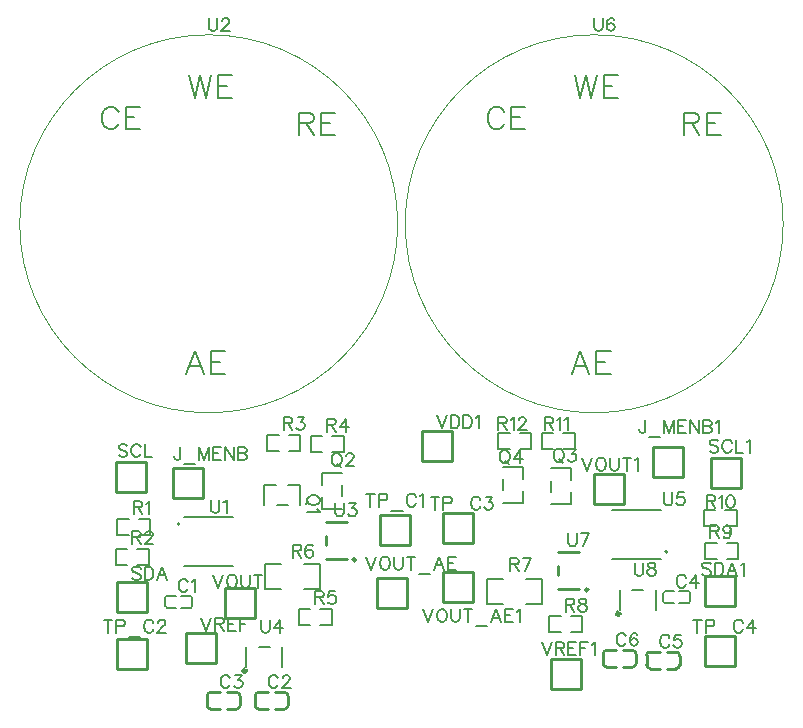
<source format=gto>
G04 Layer: TopSilkscreenLayer*
G04 EasyEDA v6.5.29, 2023-07-10 19:36:55*
G04 1e7b4ab6233f4b76a91dc94f4c831b37,398929e9e95146ce9e037ed163e1f376,10*
G04 Gerber Generator version 0.2*
G04 Scale: 100 percent, Rotated: No, Reflected: No *
G04 Dimensions in millimeters *
G04 leading zeros omitted , absolute positions ,4 integer and 5 decimal *
%FSLAX45Y45*%
%MOMM*%

%ADD10C,0.1524*%
%ADD11C,0.2032*%
%ADD12C,0.2540*%
%ADD13C,0.2000*%
%ADD14C,0.1000*%
%ADD15C,0.3000*%
%ADD16C,0.0156*%

%LPD*%
D10*
X1596522Y-4887564D02*
G01*
X1591188Y-4877150D01*
X1580774Y-4866736D01*
X1570614Y-4861656D01*
X1549786Y-4861656D01*
X1539372Y-4866736D01*
X1528958Y-4877150D01*
X1523624Y-4887564D01*
X1518544Y-4903312D01*
X1518544Y-4929220D01*
X1523624Y-4944714D01*
X1528958Y-4955128D01*
X1539372Y-4965542D01*
X1549786Y-4970622D01*
X1570614Y-4970622D01*
X1580774Y-4965542D01*
X1591188Y-4955128D01*
X1596522Y-4944714D01*
X1630812Y-4882484D02*
G01*
X1641226Y-4877150D01*
X1656720Y-4861656D01*
X1656720Y-4970622D01*
X5812922Y-4849464D02*
G01*
X5807588Y-4839050D01*
X5797174Y-4828636D01*
X5787014Y-4823556D01*
X5766186Y-4823556D01*
X5755772Y-4828636D01*
X5745358Y-4839050D01*
X5740024Y-4849464D01*
X5734944Y-4865212D01*
X5734944Y-4891120D01*
X5740024Y-4906614D01*
X5745358Y-4917028D01*
X5755772Y-4927442D01*
X5766186Y-4932522D01*
X5787014Y-4932522D01*
X5797174Y-4927442D01*
X5807588Y-4917028D01*
X5812922Y-4906614D01*
X5899028Y-4823556D02*
G01*
X5847212Y-4896200D01*
X5925190Y-4896200D01*
X5899028Y-4823556D02*
G01*
X5899028Y-4932522D01*
X2358522Y-5700364D02*
G01*
X2353188Y-5689950D01*
X2342774Y-5679536D01*
X2332614Y-5674456D01*
X2311786Y-5674456D01*
X2301372Y-5679536D01*
X2290958Y-5689950D01*
X2285624Y-5700364D01*
X2280544Y-5716112D01*
X2280544Y-5742020D01*
X2285624Y-5757514D01*
X2290958Y-5767928D01*
X2301372Y-5778342D01*
X2311786Y-5783422D01*
X2332614Y-5783422D01*
X2342774Y-5778342D01*
X2353188Y-5767928D01*
X2358522Y-5757514D01*
X2397892Y-5700364D02*
G01*
X2397892Y-5695284D01*
X2403226Y-5684870D01*
X2408306Y-5679536D01*
X2418720Y-5674456D01*
X2439548Y-5674456D01*
X2449962Y-5679536D01*
X2455042Y-5684870D01*
X2460376Y-5695284D01*
X2460376Y-5705698D01*
X2455042Y-5716112D01*
X2444628Y-5731606D01*
X2392812Y-5783422D01*
X2465456Y-5783422D01*
X1952122Y-5700364D02*
G01*
X1946788Y-5689950D01*
X1936374Y-5679536D01*
X1926214Y-5674456D01*
X1905386Y-5674456D01*
X1894972Y-5679536D01*
X1884558Y-5689950D01*
X1879224Y-5700364D01*
X1874144Y-5716112D01*
X1874144Y-5742020D01*
X1879224Y-5757514D01*
X1884558Y-5767928D01*
X1894972Y-5778342D01*
X1905386Y-5783422D01*
X1926214Y-5783422D01*
X1936374Y-5778342D01*
X1946788Y-5767928D01*
X1952122Y-5757514D01*
X1996826Y-5674456D02*
G01*
X2053976Y-5674456D01*
X2022734Y-5716112D01*
X2038228Y-5716112D01*
X2048642Y-5721192D01*
X2053976Y-5726272D01*
X2059056Y-5742020D01*
X2059056Y-5752434D01*
X2053976Y-5767928D01*
X2043562Y-5778342D01*
X2027814Y-5783422D01*
X2012320Y-5783422D01*
X1996826Y-5778342D01*
X1991492Y-5773262D01*
X1986412Y-5762848D01*
X5673222Y-5357464D02*
G01*
X5667888Y-5347050D01*
X5657474Y-5336636D01*
X5647314Y-5331556D01*
X5626486Y-5331556D01*
X5616072Y-5336636D01*
X5605658Y-5347050D01*
X5600324Y-5357464D01*
X5595244Y-5373212D01*
X5595244Y-5399120D01*
X5600324Y-5414614D01*
X5605658Y-5425028D01*
X5616072Y-5435442D01*
X5626486Y-5440522D01*
X5647314Y-5440522D01*
X5657474Y-5435442D01*
X5667888Y-5425028D01*
X5673222Y-5414614D01*
X5769742Y-5331556D02*
G01*
X5717926Y-5331556D01*
X5712592Y-5378292D01*
X5717926Y-5373212D01*
X5733420Y-5367878D01*
X5748914Y-5367878D01*
X5764662Y-5373212D01*
X5775076Y-5383372D01*
X5780156Y-5399120D01*
X5780156Y-5409534D01*
X5775076Y-5425028D01*
X5764662Y-5435442D01*
X5748914Y-5440522D01*
X5733420Y-5440522D01*
X5717926Y-5435442D01*
X5712592Y-5430362D01*
X5707512Y-5419948D01*
X5304922Y-5344764D02*
G01*
X5299588Y-5334350D01*
X5289174Y-5323936D01*
X5279014Y-5318856D01*
X5258186Y-5318856D01*
X5247772Y-5323936D01*
X5237358Y-5334350D01*
X5232024Y-5344764D01*
X5226944Y-5360512D01*
X5226944Y-5386420D01*
X5232024Y-5401914D01*
X5237358Y-5412328D01*
X5247772Y-5422742D01*
X5258186Y-5427822D01*
X5279014Y-5427822D01*
X5289174Y-5422742D01*
X5299588Y-5412328D01*
X5304922Y-5401914D01*
X5401442Y-5334350D02*
G01*
X5396362Y-5323936D01*
X5380614Y-5318856D01*
X5370454Y-5318856D01*
X5354706Y-5323936D01*
X5344292Y-5339684D01*
X5339212Y-5365592D01*
X5339212Y-5391500D01*
X5344292Y-5412328D01*
X5354706Y-5422742D01*
X5370454Y-5427822D01*
X5375534Y-5427822D01*
X5391028Y-5422742D01*
X5401442Y-5412328D01*
X5406776Y-5396834D01*
X5406776Y-5391500D01*
X5401442Y-5376006D01*
X5391028Y-5365592D01*
X5375534Y-5360512D01*
X5370454Y-5360512D01*
X5354706Y-5365592D01*
X5344292Y-5376006D01*
X5339212Y-5391500D01*
X1532514Y-3744056D02*
G01*
X1532514Y-3827114D01*
X1527180Y-3842862D01*
X1522100Y-3847942D01*
X1511686Y-3853022D01*
X1501272Y-3853022D01*
X1490858Y-3847942D01*
X1485524Y-3842862D01*
X1480444Y-3827114D01*
X1480444Y-3816700D01*
X1566804Y-3889598D02*
G01*
X1660276Y-3889598D01*
X1694566Y-3744056D02*
G01*
X1694566Y-3853022D01*
X1694566Y-3744056D02*
G01*
X1735968Y-3853022D01*
X1777624Y-3744056D02*
G01*
X1735968Y-3853022D01*
X1777624Y-3744056D02*
G01*
X1777624Y-3853022D01*
X1811914Y-3744056D02*
G01*
X1811914Y-3853022D01*
X1811914Y-3744056D02*
G01*
X1879478Y-3744056D01*
X1811914Y-3795872D02*
G01*
X1853570Y-3795872D01*
X1811914Y-3853022D02*
G01*
X1879478Y-3853022D01*
X1913768Y-3744056D02*
G01*
X1913768Y-3853022D01*
X1913768Y-3744056D02*
G01*
X1986412Y-3853022D01*
X1986412Y-3744056D02*
G01*
X1986412Y-3853022D01*
X2020702Y-3744056D02*
G01*
X2020702Y-3853022D01*
X2020702Y-3744056D02*
G01*
X2067438Y-3744056D01*
X2083186Y-3749136D01*
X2088266Y-3754470D01*
X2093600Y-3764884D01*
X2093600Y-3775298D01*
X2088266Y-3785712D01*
X2083186Y-3790792D01*
X2067438Y-3795872D01*
X2020702Y-3795872D02*
G01*
X2067438Y-3795872D01*
X2083186Y-3801206D01*
X2088266Y-3806286D01*
X2093600Y-3816700D01*
X2093600Y-3832448D01*
X2088266Y-3842862D01*
X2083186Y-3847942D01*
X2067438Y-3853022D01*
X2020702Y-3853022D01*
X5469514Y-3515456D02*
G01*
X5469514Y-3598514D01*
X5464180Y-3614262D01*
X5459100Y-3619342D01*
X5448686Y-3624422D01*
X5438272Y-3624422D01*
X5427858Y-3619342D01*
X5422524Y-3614262D01*
X5417444Y-3598514D01*
X5417444Y-3588100D01*
X5503804Y-3660998D02*
G01*
X5597276Y-3660998D01*
X5631566Y-3515456D02*
G01*
X5631566Y-3624422D01*
X5631566Y-3515456D02*
G01*
X5672968Y-3624422D01*
X5714624Y-3515456D02*
G01*
X5672968Y-3624422D01*
X5714624Y-3515456D02*
G01*
X5714624Y-3624422D01*
X5748914Y-3515456D02*
G01*
X5748914Y-3624422D01*
X5748914Y-3515456D02*
G01*
X5816478Y-3515456D01*
X5748914Y-3567272D02*
G01*
X5790570Y-3567272D01*
X5748914Y-3624422D02*
G01*
X5816478Y-3624422D01*
X5850768Y-3515456D02*
G01*
X5850768Y-3624422D01*
X5850768Y-3515456D02*
G01*
X5923412Y-3624422D01*
X5923412Y-3515456D02*
G01*
X5923412Y-3624422D01*
X5957702Y-3515456D02*
G01*
X5957702Y-3624422D01*
X5957702Y-3515456D02*
G01*
X6004438Y-3515456D01*
X6020186Y-3520536D01*
X6025266Y-3525870D01*
X6030600Y-3536284D01*
X6030600Y-3546698D01*
X6025266Y-3557112D01*
X6020186Y-3562192D01*
X6004438Y-3567272D01*
X5957702Y-3567272D02*
G01*
X6004438Y-3567272D01*
X6020186Y-3572606D01*
X6025266Y-3577686D01*
X6030600Y-3588100D01*
X6030600Y-3603848D01*
X6025266Y-3614262D01*
X6020186Y-3619342D01*
X6004438Y-3624422D01*
X5957702Y-3624422D01*
X6064890Y-3536284D02*
G01*
X6075304Y-3530950D01*
X6090798Y-3515456D01*
X6090798Y-3624422D01*
X1083188Y-3734150D02*
G01*
X1072774Y-3723736D01*
X1057280Y-3718656D01*
X1036452Y-3718656D01*
X1020958Y-3723736D01*
X1010544Y-3734150D01*
X1010544Y-3744564D01*
X1015624Y-3754978D01*
X1020958Y-3760312D01*
X1031372Y-3765392D01*
X1062614Y-3775806D01*
X1072774Y-3780886D01*
X1078108Y-3786220D01*
X1083188Y-3796634D01*
X1083188Y-3812128D01*
X1072774Y-3822542D01*
X1057280Y-3827622D01*
X1036452Y-3827622D01*
X1020958Y-3822542D01*
X1010544Y-3812128D01*
X1195456Y-3744564D02*
G01*
X1190376Y-3734150D01*
X1179962Y-3723736D01*
X1169548Y-3718656D01*
X1148720Y-3718656D01*
X1138306Y-3723736D01*
X1127892Y-3734150D01*
X1122812Y-3744564D01*
X1117478Y-3760312D01*
X1117478Y-3786220D01*
X1122812Y-3801714D01*
X1127892Y-3812128D01*
X1138306Y-3822542D01*
X1148720Y-3827622D01*
X1169548Y-3827622D01*
X1179962Y-3822542D01*
X1190376Y-3812128D01*
X1195456Y-3801714D01*
X1229746Y-3718656D02*
G01*
X1229746Y-3827622D01*
X1229746Y-3827622D02*
G01*
X1292230Y-3827622D01*
X6086988Y-3696050D02*
G01*
X6076574Y-3685636D01*
X6061080Y-3680556D01*
X6040252Y-3680556D01*
X6024758Y-3685636D01*
X6014344Y-3696050D01*
X6014344Y-3706464D01*
X6019424Y-3716878D01*
X6024758Y-3722212D01*
X6035172Y-3727292D01*
X6066414Y-3737706D01*
X6076574Y-3742786D01*
X6081908Y-3748120D01*
X6086988Y-3758534D01*
X6086988Y-3774028D01*
X6076574Y-3784442D01*
X6061080Y-3789522D01*
X6040252Y-3789522D01*
X6024758Y-3784442D01*
X6014344Y-3774028D01*
X6199256Y-3706464D02*
G01*
X6194176Y-3696050D01*
X6183762Y-3685636D01*
X6173348Y-3680556D01*
X6152520Y-3680556D01*
X6142106Y-3685636D01*
X6131692Y-3696050D01*
X6126612Y-3706464D01*
X6121278Y-3722212D01*
X6121278Y-3748120D01*
X6126612Y-3763614D01*
X6131692Y-3774028D01*
X6142106Y-3784442D01*
X6152520Y-3789522D01*
X6173348Y-3789522D01*
X6183762Y-3784442D01*
X6194176Y-3774028D01*
X6199256Y-3763614D01*
X6233546Y-3680556D02*
G01*
X6233546Y-3789522D01*
X6233546Y-3789522D02*
G01*
X6296030Y-3789522D01*
X6330320Y-3701384D02*
G01*
X6340734Y-3696050D01*
X6356228Y-3680556D01*
X6356228Y-3789522D01*
X1197488Y-4773010D02*
G01*
X1187074Y-4762596D01*
X1171580Y-4757516D01*
X1150752Y-4757516D01*
X1135258Y-4762596D01*
X1124844Y-4773010D01*
X1124844Y-4783424D01*
X1129924Y-4793838D01*
X1135258Y-4799172D01*
X1145672Y-4804252D01*
X1176914Y-4814666D01*
X1187074Y-4819746D01*
X1192408Y-4825080D01*
X1197488Y-4835494D01*
X1197488Y-4850988D01*
X1187074Y-4861402D01*
X1171580Y-4866482D01*
X1150752Y-4866482D01*
X1135258Y-4861402D01*
X1124844Y-4850988D01*
X1231778Y-4757516D02*
G01*
X1231778Y-4866482D01*
X1231778Y-4757516D02*
G01*
X1268354Y-4757516D01*
X1283848Y-4762596D01*
X1294262Y-4773010D01*
X1299342Y-4783424D01*
X1304676Y-4799172D01*
X1304676Y-4825080D01*
X1299342Y-4840574D01*
X1294262Y-4850988D01*
X1283848Y-4861402D01*
X1268354Y-4866482D01*
X1231778Y-4866482D01*
X1380368Y-4757516D02*
G01*
X1338966Y-4866482D01*
X1380368Y-4757516D02*
G01*
X1422024Y-4866482D01*
X1354460Y-4830160D02*
G01*
X1406530Y-4830160D01*
X6023488Y-4737450D02*
G01*
X6013074Y-4727036D01*
X5997580Y-4721956D01*
X5976752Y-4721956D01*
X5961258Y-4727036D01*
X5950844Y-4737450D01*
X5950844Y-4747864D01*
X5955924Y-4758278D01*
X5961258Y-4763612D01*
X5971672Y-4768692D01*
X6002914Y-4779106D01*
X6013074Y-4784186D01*
X6018408Y-4789520D01*
X6023488Y-4799934D01*
X6023488Y-4815428D01*
X6013074Y-4825842D01*
X5997580Y-4830922D01*
X5976752Y-4830922D01*
X5961258Y-4825842D01*
X5950844Y-4815428D01*
X6057778Y-4721956D02*
G01*
X6057778Y-4830922D01*
X6057778Y-4721956D02*
G01*
X6094354Y-4721956D01*
X6109848Y-4727036D01*
X6120262Y-4737450D01*
X6125342Y-4747864D01*
X6130676Y-4763612D01*
X6130676Y-4789520D01*
X6125342Y-4805014D01*
X6120262Y-4815428D01*
X6109848Y-4825842D01*
X6094354Y-4830922D01*
X6057778Y-4830922D01*
X6206368Y-4721956D02*
G01*
X6164966Y-4830922D01*
X6206368Y-4721956D02*
G01*
X6248024Y-4830922D01*
X6180460Y-4794600D02*
G01*
X6232530Y-4794600D01*
X6282314Y-4742784D02*
G01*
X6292728Y-4737450D01*
X6308222Y-4721956D01*
X6308222Y-4830922D01*
X3142366Y-4137756D02*
G01*
X3142366Y-4246722D01*
X3106044Y-4137756D02*
G01*
X3178688Y-4137756D01*
X3212978Y-4137756D02*
G01*
X3212978Y-4246722D01*
X3212978Y-4137756D02*
G01*
X3259714Y-4137756D01*
X3275462Y-4142836D01*
X3280542Y-4148170D01*
X3285876Y-4158584D01*
X3285876Y-4174078D01*
X3280542Y-4184492D01*
X3275462Y-4189572D01*
X3259714Y-4194906D01*
X3212978Y-4194906D01*
X3320166Y-4283298D02*
G01*
X3413638Y-4283298D01*
X3525906Y-4163664D02*
G01*
X3520572Y-4153250D01*
X3510158Y-4142836D01*
X3499744Y-4137756D01*
X3479170Y-4137756D01*
X3468756Y-4142836D01*
X3458342Y-4153250D01*
X3453008Y-4163664D01*
X3447928Y-4179412D01*
X3447928Y-4205320D01*
X3453008Y-4220814D01*
X3458342Y-4231228D01*
X3468756Y-4241642D01*
X3479170Y-4246722D01*
X3499744Y-4246722D01*
X3510158Y-4241642D01*
X3520572Y-4231228D01*
X3525906Y-4220814D01*
X3560196Y-4158584D02*
G01*
X3570610Y-4153250D01*
X3586104Y-4137756D01*
X3586104Y-4246722D01*
X919866Y-5204556D02*
G01*
X919866Y-5313522D01*
X883544Y-5204556D02*
G01*
X956188Y-5204556D01*
X990478Y-5204556D02*
G01*
X990478Y-5313522D01*
X990478Y-5204556D02*
G01*
X1037214Y-5204556D01*
X1052962Y-5209636D01*
X1058042Y-5214970D01*
X1063376Y-5225384D01*
X1063376Y-5240878D01*
X1058042Y-5251292D01*
X1052962Y-5256372D01*
X1037214Y-5261706D01*
X990478Y-5261706D01*
X1097666Y-5350098D02*
G01*
X1191138Y-5350098D01*
X1303406Y-5230464D02*
G01*
X1298072Y-5220050D01*
X1287658Y-5209636D01*
X1277244Y-5204556D01*
X1256670Y-5204556D01*
X1246256Y-5209636D01*
X1235842Y-5220050D01*
X1230508Y-5230464D01*
X1225428Y-5246212D01*
X1225428Y-5272120D01*
X1230508Y-5287614D01*
X1235842Y-5298028D01*
X1246256Y-5308442D01*
X1256670Y-5313522D01*
X1277244Y-5313522D01*
X1287658Y-5308442D01*
X1298072Y-5298028D01*
X1303406Y-5287614D01*
X1342776Y-5230464D02*
G01*
X1342776Y-5225384D01*
X1348110Y-5214970D01*
X1353190Y-5209636D01*
X1363604Y-5204556D01*
X1384432Y-5204556D01*
X1394846Y-5209636D01*
X1399926Y-5214970D01*
X1405260Y-5225384D01*
X1405260Y-5235798D01*
X1399926Y-5246212D01*
X1389512Y-5261706D01*
X1337696Y-5313522D01*
X1410340Y-5313522D01*
X3688466Y-4163156D02*
G01*
X3688466Y-4272122D01*
X3652144Y-4163156D02*
G01*
X3724788Y-4163156D01*
X3759078Y-4163156D02*
G01*
X3759078Y-4272122D01*
X3759078Y-4163156D02*
G01*
X3805814Y-4163156D01*
X3821562Y-4168236D01*
X3826642Y-4173570D01*
X3831976Y-4183984D01*
X3831976Y-4199478D01*
X3826642Y-4209892D01*
X3821562Y-4214972D01*
X3805814Y-4220306D01*
X3759078Y-4220306D01*
X3866266Y-4308698D02*
G01*
X3959738Y-4308698D01*
X4072006Y-4189064D02*
G01*
X4066672Y-4178650D01*
X4056258Y-4168236D01*
X4045844Y-4163156D01*
X4025270Y-4163156D01*
X4014856Y-4168236D01*
X4004442Y-4178650D01*
X3999108Y-4189064D01*
X3994028Y-4204812D01*
X3994028Y-4230720D01*
X3999108Y-4246214D01*
X4004442Y-4256628D01*
X4014856Y-4267042D01*
X4025270Y-4272122D01*
X4045844Y-4272122D01*
X4056258Y-4267042D01*
X4066672Y-4256628D01*
X4072006Y-4246214D01*
X4116710Y-4163156D02*
G01*
X4173860Y-4163156D01*
X4142618Y-4204812D01*
X4158112Y-4204812D01*
X4168526Y-4209892D01*
X4173860Y-4214972D01*
X4178940Y-4230720D01*
X4178940Y-4241134D01*
X4173860Y-4256628D01*
X4163446Y-4267042D01*
X4147698Y-4272122D01*
X4132204Y-4272122D01*
X4116710Y-4267042D01*
X4111376Y-4261962D01*
X4106296Y-4251548D01*
X5910966Y-5204556D02*
G01*
X5910966Y-5313522D01*
X5874644Y-5204556D02*
G01*
X5947288Y-5204556D01*
X5981578Y-5204556D02*
G01*
X5981578Y-5313522D01*
X5981578Y-5204556D02*
G01*
X6028314Y-5204556D01*
X6044062Y-5209636D01*
X6049142Y-5214970D01*
X6054476Y-5225384D01*
X6054476Y-5240878D01*
X6049142Y-5251292D01*
X6044062Y-5256372D01*
X6028314Y-5261706D01*
X5981578Y-5261706D01*
X6088766Y-5350098D02*
G01*
X6182238Y-5350098D01*
X6294506Y-5230464D02*
G01*
X6289172Y-5220050D01*
X6278758Y-5209636D01*
X6268344Y-5204556D01*
X6247770Y-5204556D01*
X6237356Y-5209636D01*
X6226942Y-5220050D01*
X6221608Y-5230464D01*
X6216528Y-5246212D01*
X6216528Y-5272120D01*
X6221608Y-5287614D01*
X6226942Y-5298028D01*
X6237356Y-5308442D01*
X6247770Y-5313522D01*
X6268344Y-5313522D01*
X6278758Y-5308442D01*
X6289172Y-5298028D01*
X6294506Y-5287614D01*
X6380612Y-5204556D02*
G01*
X6328796Y-5277200D01*
X6406774Y-5277200D01*
X6380612Y-5204556D02*
G01*
X6380612Y-5313522D01*
X3702944Y-3474816D02*
G01*
X3744600Y-3583782D01*
X3786002Y-3474816D02*
G01*
X3744600Y-3583782D01*
X3820292Y-3474816D02*
G01*
X3820292Y-3583782D01*
X3820292Y-3474816D02*
G01*
X3856614Y-3474816D01*
X3872362Y-3479896D01*
X3882776Y-3490310D01*
X3887856Y-3500724D01*
X3893190Y-3516472D01*
X3893190Y-3542380D01*
X3887856Y-3557874D01*
X3882776Y-3568288D01*
X3872362Y-3578702D01*
X3856614Y-3583782D01*
X3820292Y-3583782D01*
X3927480Y-3474816D02*
G01*
X3927480Y-3583782D01*
X3927480Y-3474816D02*
G01*
X3963802Y-3474816D01*
X3979296Y-3479896D01*
X3989710Y-3490310D01*
X3995044Y-3500724D01*
X4000124Y-3516472D01*
X4000124Y-3542380D01*
X3995044Y-3557874D01*
X3989710Y-3568288D01*
X3979296Y-3578702D01*
X3963802Y-3583782D01*
X3927480Y-3583782D01*
X4034414Y-3495644D02*
G01*
X4044828Y-3490310D01*
X4060322Y-3474816D01*
X4060322Y-3583782D01*
X1810644Y-4823556D02*
G01*
X1852300Y-4932522D01*
X1893702Y-4823556D02*
G01*
X1852300Y-4932522D01*
X1959234Y-4823556D02*
G01*
X1948820Y-4828636D01*
X1938406Y-4839050D01*
X1933326Y-4849464D01*
X1927992Y-4865212D01*
X1927992Y-4891120D01*
X1933326Y-4906614D01*
X1938406Y-4917028D01*
X1948820Y-4927442D01*
X1959234Y-4932522D01*
X1980062Y-4932522D01*
X1990476Y-4927442D01*
X2000890Y-4917028D01*
X2005970Y-4906614D01*
X2011304Y-4891120D01*
X2011304Y-4865212D01*
X2005970Y-4849464D01*
X2000890Y-4839050D01*
X1990476Y-4828636D01*
X1980062Y-4823556D01*
X1959234Y-4823556D01*
X2045594Y-4823556D02*
G01*
X2045594Y-4901534D01*
X2050674Y-4917028D01*
X2061088Y-4927442D01*
X2076582Y-4932522D01*
X2086996Y-4932522D01*
X2102744Y-4927442D01*
X2112904Y-4917028D01*
X2118238Y-4901534D01*
X2118238Y-4823556D01*
X2188850Y-4823556D02*
G01*
X2188850Y-4932522D01*
X2152528Y-4823556D02*
G01*
X2225172Y-4823556D01*
X4934844Y-3832956D02*
G01*
X4976500Y-3941922D01*
X5017902Y-3832956D02*
G01*
X4976500Y-3941922D01*
X5083434Y-3832956D02*
G01*
X5073020Y-3838036D01*
X5062606Y-3848450D01*
X5057526Y-3858864D01*
X5052192Y-3874612D01*
X5052192Y-3900520D01*
X5057526Y-3916014D01*
X5062606Y-3926428D01*
X5073020Y-3936842D01*
X5083434Y-3941922D01*
X5104262Y-3941922D01*
X5114676Y-3936842D01*
X5125090Y-3926428D01*
X5130170Y-3916014D01*
X5135504Y-3900520D01*
X5135504Y-3874612D01*
X5130170Y-3858864D01*
X5125090Y-3848450D01*
X5114676Y-3838036D01*
X5104262Y-3832956D01*
X5083434Y-3832956D01*
X5169794Y-3832956D02*
G01*
X5169794Y-3910934D01*
X5174874Y-3926428D01*
X5185288Y-3936842D01*
X5200782Y-3941922D01*
X5211196Y-3941922D01*
X5226944Y-3936842D01*
X5237104Y-3926428D01*
X5242438Y-3910934D01*
X5242438Y-3832956D01*
X5313050Y-3832956D02*
G01*
X5313050Y-3941922D01*
X5276728Y-3832956D02*
G01*
X5349372Y-3832956D01*
X5383662Y-3853784D02*
G01*
X5394076Y-3848450D01*
X5409824Y-3832956D01*
X5409824Y-3941922D01*
X3106044Y-4671156D02*
G01*
X3147700Y-4780122D01*
X3189102Y-4671156D02*
G01*
X3147700Y-4780122D01*
X3254634Y-4671156D02*
G01*
X3244220Y-4676236D01*
X3233806Y-4686650D01*
X3228726Y-4697064D01*
X3223392Y-4712812D01*
X3223392Y-4738720D01*
X3228726Y-4754214D01*
X3233806Y-4764628D01*
X3244220Y-4775042D01*
X3254634Y-4780122D01*
X3275462Y-4780122D01*
X3285876Y-4775042D01*
X3296290Y-4764628D01*
X3301370Y-4754214D01*
X3306704Y-4738720D01*
X3306704Y-4712812D01*
X3301370Y-4697064D01*
X3296290Y-4686650D01*
X3285876Y-4676236D01*
X3275462Y-4671156D01*
X3254634Y-4671156D01*
X3340994Y-4671156D02*
G01*
X3340994Y-4749134D01*
X3346074Y-4764628D01*
X3356488Y-4775042D01*
X3371982Y-4780122D01*
X3382396Y-4780122D01*
X3398144Y-4775042D01*
X3408304Y-4764628D01*
X3413638Y-4749134D01*
X3413638Y-4671156D01*
X3484250Y-4671156D02*
G01*
X3484250Y-4780122D01*
X3447928Y-4671156D02*
G01*
X3520572Y-4671156D01*
X3554862Y-4816698D02*
G01*
X3648334Y-4816698D01*
X3724280Y-4671156D02*
G01*
X3682624Y-4780122D01*
X3724280Y-4671156D02*
G01*
X3765936Y-4780122D01*
X3698372Y-4743800D02*
G01*
X3750188Y-4743800D01*
X3800226Y-4671156D02*
G01*
X3800226Y-4780122D01*
X3800226Y-4671156D02*
G01*
X3867790Y-4671156D01*
X3800226Y-4722972D02*
G01*
X3841628Y-4722972D01*
X3800226Y-4780122D02*
G01*
X3867790Y-4780122D01*
X3588644Y-5115656D02*
G01*
X3630300Y-5224622D01*
X3671702Y-5115656D02*
G01*
X3630300Y-5224622D01*
X3737234Y-5115656D02*
G01*
X3726820Y-5120736D01*
X3716406Y-5131150D01*
X3711326Y-5141564D01*
X3705992Y-5157312D01*
X3705992Y-5183220D01*
X3711326Y-5198714D01*
X3716406Y-5209128D01*
X3726820Y-5219542D01*
X3737234Y-5224622D01*
X3758062Y-5224622D01*
X3768476Y-5219542D01*
X3778890Y-5209128D01*
X3783970Y-5198714D01*
X3789304Y-5183220D01*
X3789304Y-5157312D01*
X3783970Y-5141564D01*
X3778890Y-5131150D01*
X3768476Y-5120736D01*
X3758062Y-5115656D01*
X3737234Y-5115656D01*
X3823594Y-5115656D02*
G01*
X3823594Y-5193634D01*
X3828674Y-5209128D01*
X3839088Y-5219542D01*
X3854582Y-5224622D01*
X3864996Y-5224622D01*
X3880744Y-5219542D01*
X3890904Y-5209128D01*
X3896238Y-5193634D01*
X3896238Y-5115656D01*
X3966850Y-5115656D02*
G01*
X3966850Y-5224622D01*
X3930528Y-5115656D02*
G01*
X4003172Y-5115656D01*
X4037462Y-5261198D02*
G01*
X4130934Y-5261198D01*
X4206880Y-5115656D02*
G01*
X4165224Y-5224622D01*
X4206880Y-5115656D02*
G01*
X4248536Y-5224622D01*
X4180972Y-5188300D02*
G01*
X4232788Y-5188300D01*
X4282826Y-5115656D02*
G01*
X4282826Y-5224622D01*
X4282826Y-5115656D02*
G01*
X4350390Y-5115656D01*
X4282826Y-5167472D02*
G01*
X4324228Y-5167472D01*
X4282826Y-5224622D02*
G01*
X4350390Y-5224622D01*
X4384680Y-5136484D02*
G01*
X4395094Y-5131150D01*
X4410588Y-5115656D01*
X4410588Y-5224622D01*
X1709044Y-5189316D02*
G01*
X1750700Y-5298282D01*
X1792102Y-5189316D02*
G01*
X1750700Y-5298282D01*
X1826392Y-5189316D02*
G01*
X1826392Y-5298282D01*
X1826392Y-5189316D02*
G01*
X1873128Y-5189316D01*
X1888876Y-5194396D01*
X1893956Y-5199730D01*
X1899290Y-5210144D01*
X1899290Y-5220558D01*
X1893956Y-5230972D01*
X1888876Y-5236052D01*
X1873128Y-5241132D01*
X1826392Y-5241132D01*
X1862714Y-5241132D02*
G01*
X1899290Y-5298282D01*
X1933580Y-5189316D02*
G01*
X1933580Y-5298282D01*
X1933580Y-5189316D02*
G01*
X2001144Y-5189316D01*
X1933580Y-5241132D02*
G01*
X1974982Y-5241132D01*
X1933580Y-5298282D02*
G01*
X2001144Y-5298282D01*
X2035434Y-5189316D02*
G01*
X2035434Y-5298282D01*
X2035434Y-5189316D02*
G01*
X2102744Y-5189316D01*
X2035434Y-5241132D02*
G01*
X2076836Y-5241132D01*
X4591944Y-5395056D02*
G01*
X4633600Y-5504022D01*
X4675002Y-5395056D02*
G01*
X4633600Y-5504022D01*
X4709292Y-5395056D02*
G01*
X4709292Y-5504022D01*
X4709292Y-5395056D02*
G01*
X4756028Y-5395056D01*
X4771776Y-5400136D01*
X4776856Y-5405470D01*
X4782190Y-5415884D01*
X4782190Y-5426298D01*
X4776856Y-5436712D01*
X4771776Y-5441792D01*
X4756028Y-5446872D01*
X4709292Y-5446872D01*
X4745614Y-5446872D02*
G01*
X4782190Y-5504022D01*
X4816480Y-5395056D02*
G01*
X4816480Y-5504022D01*
X4816480Y-5395056D02*
G01*
X4884044Y-5395056D01*
X4816480Y-5446872D02*
G01*
X4857882Y-5446872D01*
X4816480Y-5504022D02*
G01*
X4884044Y-5504022D01*
X4918334Y-5395056D02*
G01*
X4918334Y-5504022D01*
X4918334Y-5395056D02*
G01*
X4985644Y-5395056D01*
X4918334Y-5446872D02*
G01*
X4959736Y-5446872D01*
X5019934Y-5415884D02*
G01*
X5030348Y-5410550D01*
X5046096Y-5395056D01*
X5046096Y-5504022D01*
X1137544Y-4201256D02*
G01*
X1137544Y-4310222D01*
X1137544Y-4201256D02*
G01*
X1184280Y-4201256D01*
X1199774Y-4206336D01*
X1205108Y-4211670D01*
X1210188Y-4222084D01*
X1210188Y-4232498D01*
X1205108Y-4242912D01*
X1199774Y-4247992D01*
X1184280Y-4253072D01*
X1137544Y-4253072D01*
X1173866Y-4253072D02*
G01*
X1210188Y-4310222D01*
X1244478Y-4222084D02*
G01*
X1254892Y-4216750D01*
X1270640Y-4201256D01*
X1270640Y-4310222D01*
X1124844Y-4455256D02*
G01*
X1124844Y-4564222D01*
X1124844Y-4455256D02*
G01*
X1171580Y-4455256D01*
X1187074Y-4460336D01*
X1192408Y-4465670D01*
X1197488Y-4476084D01*
X1197488Y-4486498D01*
X1192408Y-4496912D01*
X1187074Y-4501992D01*
X1171580Y-4507072D01*
X1124844Y-4507072D01*
X1161166Y-4507072D02*
G01*
X1197488Y-4564222D01*
X1237112Y-4481164D02*
G01*
X1237112Y-4476084D01*
X1242192Y-4465670D01*
X1247526Y-4460336D01*
X1257940Y-4455256D01*
X1278514Y-4455256D01*
X1288928Y-4460336D01*
X1294262Y-4465670D01*
X1299342Y-4476084D01*
X1299342Y-4486498D01*
X1294262Y-4496912D01*
X1283848Y-4512406D01*
X1231778Y-4564222D01*
X1304676Y-4564222D01*
X2407544Y-3490056D02*
G01*
X2407544Y-3599022D01*
X2407544Y-3490056D02*
G01*
X2454280Y-3490056D01*
X2469774Y-3495136D01*
X2475108Y-3500470D01*
X2480188Y-3510884D01*
X2480188Y-3521298D01*
X2475108Y-3531712D01*
X2469774Y-3536792D01*
X2454280Y-3541872D01*
X2407544Y-3541872D01*
X2443866Y-3541872D02*
G01*
X2480188Y-3599022D01*
X2524892Y-3490056D02*
G01*
X2582042Y-3490056D01*
X2551054Y-3531712D01*
X2566548Y-3531712D01*
X2576962Y-3536792D01*
X2582042Y-3541872D01*
X2587376Y-3557620D01*
X2587376Y-3568034D01*
X2582042Y-3583528D01*
X2571628Y-3593942D01*
X2556134Y-3599022D01*
X2540640Y-3599022D01*
X2524892Y-3593942D01*
X2519812Y-3588862D01*
X2514478Y-3578448D01*
X2775844Y-3502756D02*
G01*
X2775844Y-3611722D01*
X2775844Y-3502756D02*
G01*
X2822580Y-3502756D01*
X2838074Y-3507836D01*
X2843408Y-3513170D01*
X2848488Y-3523584D01*
X2848488Y-3533998D01*
X2843408Y-3544412D01*
X2838074Y-3549492D01*
X2822580Y-3554572D01*
X2775844Y-3554572D01*
X2812166Y-3554572D02*
G01*
X2848488Y-3611722D01*
X2934848Y-3502756D02*
G01*
X2882778Y-3575400D01*
X2960756Y-3575400D01*
X2934848Y-3502756D02*
G01*
X2934848Y-3611722D01*
X2674244Y-4963256D02*
G01*
X2674244Y-5072222D01*
X2674244Y-4963256D02*
G01*
X2720980Y-4963256D01*
X2736474Y-4968336D01*
X2741808Y-4973670D01*
X2746888Y-4984084D01*
X2746888Y-4994498D01*
X2741808Y-5004912D01*
X2736474Y-5009992D01*
X2720980Y-5015072D01*
X2674244Y-5015072D01*
X2710566Y-5015072D02*
G01*
X2746888Y-5072222D01*
X2843662Y-4963256D02*
G01*
X2791592Y-4963256D01*
X2786512Y-5009992D01*
X2791592Y-5004912D01*
X2807340Y-4999578D01*
X2822834Y-4999578D01*
X2838328Y-5004912D01*
X2848742Y-5015072D01*
X2854076Y-5030820D01*
X2854076Y-5041234D01*
X2848742Y-5056728D01*
X2838328Y-5067142D01*
X2822834Y-5072222D01*
X2807340Y-5072222D01*
X2791592Y-5067142D01*
X2786512Y-5062062D01*
X2781178Y-5051648D01*
X4795144Y-5026756D02*
G01*
X4795144Y-5135722D01*
X4795144Y-5026756D02*
G01*
X4841880Y-5026756D01*
X4857374Y-5031836D01*
X4862708Y-5037170D01*
X4867788Y-5047584D01*
X4867788Y-5057998D01*
X4862708Y-5068412D01*
X4857374Y-5073492D01*
X4841880Y-5078572D01*
X4795144Y-5078572D01*
X4831466Y-5078572D02*
G01*
X4867788Y-5135722D01*
X4928240Y-5026756D02*
G01*
X4912492Y-5031836D01*
X4907412Y-5042250D01*
X4907412Y-5052664D01*
X4912492Y-5063078D01*
X4922906Y-5068412D01*
X4943734Y-5073492D01*
X4959228Y-5078572D01*
X4969642Y-5088986D01*
X4974976Y-5099400D01*
X4974976Y-5115148D01*
X4969642Y-5125562D01*
X4964562Y-5130642D01*
X4948814Y-5135722D01*
X4928240Y-5135722D01*
X4912492Y-5130642D01*
X4907412Y-5125562D01*
X4902078Y-5115148D01*
X4902078Y-5099400D01*
X4907412Y-5088986D01*
X4917826Y-5078572D01*
X4933320Y-5073492D01*
X4954148Y-5068412D01*
X4964562Y-5063078D01*
X4969642Y-5052664D01*
X4969642Y-5042250D01*
X4964562Y-5031836D01*
X4948814Y-5026756D01*
X4928240Y-5026756D01*
X6019800Y-4405884D02*
G01*
X6019800Y-4514850D01*
X6019800Y-4405884D02*
G01*
X6066536Y-4405884D01*
X6082029Y-4410963D01*
X6087363Y-4416297D01*
X6092443Y-4426712D01*
X6092443Y-4437126D01*
X6087363Y-4447539D01*
X6082029Y-4452620D01*
X6066536Y-4457700D01*
X6019800Y-4457700D01*
X6056122Y-4457700D02*
G01*
X6092443Y-4514850D01*
X6194297Y-4442205D02*
G01*
X6189218Y-4457700D01*
X6178804Y-4468113D01*
X6163309Y-4473447D01*
X6157975Y-4473447D01*
X6142481Y-4468113D01*
X6132068Y-4457700D01*
X6126734Y-4442205D01*
X6126734Y-4437126D01*
X6132068Y-4421378D01*
X6142481Y-4410963D01*
X6157975Y-4405884D01*
X6163309Y-4405884D01*
X6178804Y-4410963D01*
X6189218Y-4421378D01*
X6194297Y-4442205D01*
X6194297Y-4468113D01*
X6189218Y-4494276D01*
X6178804Y-4509770D01*
X6163309Y-4514850D01*
X6152895Y-4514850D01*
X6137147Y-4509770D01*
X6132068Y-4499355D01*
X5988944Y-4150456D02*
G01*
X5988944Y-4259422D01*
X5988944Y-4150456D02*
G01*
X6035680Y-4150456D01*
X6051174Y-4155536D01*
X6056508Y-4160870D01*
X6061588Y-4171284D01*
X6061588Y-4181698D01*
X6056508Y-4192112D01*
X6051174Y-4197192D01*
X6035680Y-4202272D01*
X5988944Y-4202272D01*
X6025266Y-4202272D02*
G01*
X6061588Y-4259422D01*
X6095878Y-4171284D02*
G01*
X6106292Y-4165950D01*
X6122040Y-4150456D01*
X6122040Y-4259422D01*
X6187318Y-4150456D02*
G01*
X6171824Y-4155536D01*
X6161410Y-4171284D01*
X6156330Y-4197192D01*
X6156330Y-4212686D01*
X6161410Y-4238848D01*
X6171824Y-4254342D01*
X6187318Y-4259422D01*
X6197732Y-4259422D01*
X6213480Y-4254342D01*
X6223894Y-4238848D01*
X6228974Y-4212686D01*
X6228974Y-4197192D01*
X6223894Y-4171284D01*
X6213480Y-4155536D01*
X6197732Y-4150456D01*
X6187318Y-4150456D01*
X4617344Y-3490056D02*
G01*
X4617344Y-3599022D01*
X4617344Y-3490056D02*
G01*
X4664080Y-3490056D01*
X4679574Y-3495136D01*
X4684908Y-3500470D01*
X4689988Y-3510884D01*
X4689988Y-3521298D01*
X4684908Y-3531712D01*
X4679574Y-3536792D01*
X4664080Y-3541872D01*
X4617344Y-3541872D01*
X4653666Y-3541872D02*
G01*
X4689988Y-3599022D01*
X4724278Y-3510884D02*
G01*
X4734692Y-3505550D01*
X4750440Y-3490056D01*
X4750440Y-3599022D01*
X4784730Y-3510884D02*
G01*
X4795144Y-3505550D01*
X4810638Y-3490056D01*
X4810638Y-3599022D01*
X4223644Y-3490056D02*
G01*
X4223644Y-3599022D01*
X4223644Y-3490056D02*
G01*
X4270380Y-3490056D01*
X4285874Y-3495136D01*
X4291208Y-3500470D01*
X4296288Y-3510884D01*
X4296288Y-3521298D01*
X4291208Y-3531712D01*
X4285874Y-3536792D01*
X4270380Y-3541872D01*
X4223644Y-3541872D01*
X4259966Y-3541872D02*
G01*
X4296288Y-3599022D01*
X4330578Y-3510884D02*
G01*
X4340992Y-3505550D01*
X4356740Y-3490056D01*
X4356740Y-3599022D01*
X4396110Y-3515964D02*
G01*
X4396110Y-3510884D01*
X4401444Y-3500470D01*
X4406524Y-3495136D01*
X4416938Y-3490056D01*
X4437766Y-3490056D01*
X4448180Y-3495136D01*
X4453260Y-3500470D01*
X4458594Y-3510884D01*
X4458594Y-3521298D01*
X4453260Y-3531712D01*
X4442846Y-3547206D01*
X4391030Y-3599022D01*
X4463674Y-3599022D01*
X2483744Y-4569556D02*
G01*
X2483744Y-4678522D01*
X2483744Y-4569556D02*
G01*
X2530480Y-4569556D01*
X2545974Y-4574636D01*
X2551308Y-4579970D01*
X2556388Y-4590384D01*
X2556388Y-4600798D01*
X2551308Y-4611212D01*
X2545974Y-4616292D01*
X2530480Y-4621372D01*
X2483744Y-4621372D01*
X2520066Y-4621372D02*
G01*
X2556388Y-4678522D01*
X2653162Y-4585050D02*
G01*
X2647828Y-4574636D01*
X2632334Y-4569556D01*
X2621920Y-4569556D01*
X2606426Y-4574636D01*
X2596012Y-4590384D01*
X2590678Y-4616292D01*
X2590678Y-4642200D01*
X2596012Y-4663028D01*
X2606426Y-4673442D01*
X2621920Y-4678522D01*
X2627254Y-4678522D01*
X2642748Y-4673442D01*
X2653162Y-4663028D01*
X2658242Y-4647534D01*
X2658242Y-4642200D01*
X2653162Y-4626706D01*
X2642748Y-4616292D01*
X2627254Y-4611212D01*
X2621920Y-4611212D01*
X2606426Y-4616292D01*
X2596012Y-4626706D01*
X2590678Y-4642200D01*
X4325244Y-4683856D02*
G01*
X4325244Y-4792822D01*
X4325244Y-4683856D02*
G01*
X4371980Y-4683856D01*
X4387474Y-4688936D01*
X4392808Y-4694270D01*
X4397888Y-4704684D01*
X4397888Y-4715098D01*
X4392808Y-4725512D01*
X4387474Y-4730592D01*
X4371980Y-4735672D01*
X4325244Y-4735672D01*
X4361566Y-4735672D02*
G01*
X4397888Y-4792822D01*
X4505076Y-4683856D02*
G01*
X4453006Y-4792822D01*
X4432178Y-4683856D02*
G01*
X4505076Y-4683856D01*
X1790687Y-4189984D02*
G01*
X1790687Y-4267962D01*
X1795767Y-4283455D01*
X1806181Y-4293870D01*
X1821929Y-4298950D01*
X1832343Y-4298950D01*
X1847837Y-4293870D01*
X1858251Y-4283455D01*
X1863331Y-4267962D01*
X1863331Y-4189984D01*
X1897621Y-4210812D02*
G01*
X1908035Y-4205478D01*
X1923783Y-4189984D01*
X1923783Y-4298950D01*
X5626112Y-4126484D02*
G01*
X5626112Y-4204462D01*
X5631192Y-4219955D01*
X5641606Y-4230370D01*
X5657354Y-4235450D01*
X5667768Y-4235450D01*
X5683262Y-4230370D01*
X5693676Y-4219955D01*
X5698756Y-4204462D01*
X5698756Y-4126484D01*
X5795530Y-4126484D02*
G01*
X5743460Y-4126484D01*
X5738380Y-4173220D01*
X5743460Y-4168139D01*
X5759208Y-4162805D01*
X5774702Y-4162805D01*
X5790196Y-4168139D01*
X5800610Y-4178300D01*
X5805944Y-4194047D01*
X5805944Y-4204462D01*
X5800610Y-4219955D01*
X5790196Y-4230370D01*
X5774702Y-4235450D01*
X5759208Y-4235450D01*
X5743460Y-4230370D01*
X5738380Y-4225289D01*
X5733046Y-4214876D01*
X1772544Y-111856D02*
G01*
X1772544Y-189834D01*
X1777624Y-205328D01*
X1788038Y-215742D01*
X1803786Y-220822D01*
X1814200Y-220822D01*
X1829694Y-215742D01*
X1840108Y-205328D01*
X1845188Y-189834D01*
X1845188Y-111856D01*
X1884812Y-137764D02*
G01*
X1884812Y-132684D01*
X1889892Y-122270D01*
X1895226Y-116936D01*
X1905640Y-111856D01*
X1926214Y-111856D01*
X1936628Y-116936D01*
X1941962Y-122270D01*
X1947042Y-132684D01*
X1947042Y-143098D01*
X1941962Y-153512D01*
X1931548Y-169006D01*
X1879478Y-220822D01*
X1952376Y-220822D01*
D11*
X1655958Y-2930494D02*
G01*
X1582044Y-3124296D01*
X1655958Y-2930494D02*
G01*
X1729872Y-3124296D01*
X1609730Y-3059780D02*
G01*
X1702186Y-3059780D01*
X1790832Y-2930494D02*
G01*
X1790832Y-3124296D01*
X1790832Y-2930494D02*
G01*
X1910974Y-2930494D01*
X1790832Y-3022696D02*
G01*
X1864746Y-3022696D01*
X1790832Y-3124296D02*
G01*
X1910974Y-3124296D01*
X1607444Y-593694D02*
G01*
X1653672Y-787496D01*
X1699900Y-593694D02*
G01*
X1653672Y-787496D01*
X1699900Y-593694D02*
G01*
X1745874Y-787496D01*
X1792102Y-593694D02*
G01*
X1745874Y-787496D01*
X1853062Y-593694D02*
G01*
X1853062Y-787496D01*
X1853062Y-593694D02*
G01*
X1973204Y-593694D01*
X1853062Y-685896D02*
G01*
X1926976Y-685896D01*
X1853062Y-787496D02*
G01*
X1973204Y-787496D01*
X2534544Y-911194D02*
G01*
X2534544Y-1104996D01*
X2534544Y-911194D02*
G01*
X2617602Y-911194D01*
X2645288Y-920338D01*
X2654686Y-929482D01*
X2663830Y-948024D01*
X2663830Y-966566D01*
X2654686Y-985108D01*
X2645288Y-994252D01*
X2617602Y-1003396D01*
X2534544Y-1003396D01*
X2599314Y-1003396D02*
G01*
X2663830Y-1104996D01*
X2724790Y-911194D02*
G01*
X2724790Y-1104996D01*
X2724790Y-911194D02*
G01*
X2844932Y-911194D01*
X2724790Y-1003396D02*
G01*
X2798704Y-1003396D01*
X2724790Y-1104996D02*
G01*
X2844932Y-1104996D01*
X1009274Y-906622D02*
G01*
X1000130Y-888080D01*
X981588Y-869538D01*
X963300Y-860394D01*
X926216Y-860394D01*
X907674Y-869538D01*
X889386Y-888080D01*
X879988Y-906622D01*
X870844Y-934308D01*
X870844Y-980282D01*
X879988Y-1008222D01*
X889386Y-1026510D01*
X907674Y-1045052D01*
X926216Y-1054196D01*
X963300Y-1054196D01*
X981588Y-1045052D01*
X1000130Y-1026510D01*
X1009274Y-1008222D01*
X1070234Y-860394D02*
G01*
X1070234Y-1054196D01*
X1070234Y-860394D02*
G01*
X1190376Y-860394D01*
X1070234Y-952596D02*
G01*
X1144148Y-952596D01*
X1070234Y-1054196D02*
G01*
X1190376Y-1054196D01*
D10*
X5036444Y-111856D02*
G01*
X5036444Y-189834D01*
X5041524Y-205328D01*
X5051938Y-215742D01*
X5067686Y-220822D01*
X5078100Y-220822D01*
X5093594Y-215742D01*
X5104008Y-205328D01*
X5109088Y-189834D01*
X5109088Y-111856D01*
X5205862Y-127350D02*
G01*
X5200528Y-116936D01*
X5185034Y-111856D01*
X5174620Y-111856D01*
X5159126Y-116936D01*
X5148712Y-132684D01*
X5143378Y-158592D01*
X5143378Y-184500D01*
X5148712Y-205328D01*
X5159126Y-215742D01*
X5174620Y-220822D01*
X5179954Y-220822D01*
X5195448Y-215742D01*
X5205862Y-205328D01*
X5210942Y-189834D01*
X5210942Y-184500D01*
X5205862Y-169006D01*
X5195448Y-158592D01*
X5179954Y-153512D01*
X5174620Y-153512D01*
X5159126Y-158592D01*
X5148712Y-169006D01*
X5143378Y-184500D01*
D11*
X4919858Y-2930494D02*
G01*
X4845944Y-3124296D01*
X4919858Y-2930494D02*
G01*
X4993772Y-3124296D01*
X4873630Y-3059780D02*
G01*
X4966086Y-3059780D01*
X5054732Y-2930494D02*
G01*
X5054732Y-3124296D01*
X5054732Y-2930494D02*
G01*
X5174874Y-2930494D01*
X5054732Y-3022696D02*
G01*
X5128646Y-3022696D01*
X5054732Y-3124296D02*
G01*
X5174874Y-3124296D01*
X4871344Y-593694D02*
G01*
X4917572Y-787496D01*
X4963800Y-593694D02*
G01*
X4917572Y-787496D01*
X4963800Y-593694D02*
G01*
X5009774Y-787496D01*
X5056002Y-593694D02*
G01*
X5009774Y-787496D01*
X5116962Y-593694D02*
G01*
X5116962Y-787496D01*
X5116962Y-593694D02*
G01*
X5237104Y-593694D01*
X5116962Y-685896D02*
G01*
X5190876Y-685896D01*
X5116962Y-787496D02*
G01*
X5237104Y-787496D01*
X5798444Y-911194D02*
G01*
X5798444Y-1104996D01*
X5798444Y-911194D02*
G01*
X5881502Y-911194D01*
X5909188Y-920338D01*
X5918586Y-929482D01*
X5927730Y-948024D01*
X5927730Y-966566D01*
X5918586Y-985108D01*
X5909188Y-994252D01*
X5881502Y-1003396D01*
X5798444Y-1003396D01*
X5863214Y-1003396D02*
G01*
X5927730Y-1104996D01*
X5988690Y-911194D02*
G01*
X5988690Y-1104996D01*
X5988690Y-911194D02*
G01*
X6108832Y-911194D01*
X5988690Y-1003396D02*
G01*
X6062604Y-1003396D01*
X5988690Y-1104996D02*
G01*
X6108832Y-1104996D01*
X4273174Y-906622D02*
G01*
X4264030Y-888080D01*
X4245488Y-869538D01*
X4227200Y-860394D01*
X4190116Y-860394D01*
X4171574Y-869538D01*
X4153286Y-888080D01*
X4143888Y-906622D01*
X4134744Y-934308D01*
X4134744Y-980282D01*
X4143888Y-1008222D01*
X4153286Y-1026510D01*
X4171574Y-1045052D01*
X4190116Y-1054196D01*
X4227200Y-1054196D01*
X4245488Y-1045052D01*
X4264030Y-1026510D01*
X4273174Y-1008222D01*
X4334134Y-860394D02*
G01*
X4334134Y-1054196D01*
X4334134Y-860394D02*
G01*
X4454276Y-860394D01*
X4334134Y-952596D02*
G01*
X4408048Y-952596D01*
X4334134Y-1054196D02*
G01*
X4454276Y-1054196D01*
D10*
X2845655Y-4220281D02*
G01*
X2845655Y-4298259D01*
X2850735Y-4313753D01*
X2861149Y-4324167D01*
X2876897Y-4329247D01*
X2887311Y-4329247D01*
X2902805Y-4324167D01*
X2913219Y-4313753D01*
X2918299Y-4298259D01*
X2918299Y-4220281D01*
X2963003Y-4220281D02*
G01*
X3020153Y-4220281D01*
X2989165Y-4261937D01*
X3004659Y-4261937D01*
X3015073Y-4267017D01*
X3020153Y-4272097D01*
X3025487Y-4287845D01*
X3025487Y-4298259D01*
X3020153Y-4313753D01*
X3009739Y-4324167D01*
X2994245Y-4329247D01*
X2978751Y-4329247D01*
X2963003Y-4324167D01*
X2957923Y-4319087D01*
X2952589Y-4308673D01*
X4814155Y-4474281D02*
G01*
X4814155Y-4552259D01*
X4819235Y-4567753D01*
X4829649Y-4578167D01*
X4845397Y-4583247D01*
X4855811Y-4583247D01*
X4871305Y-4578167D01*
X4881719Y-4567753D01*
X4886799Y-4552259D01*
X4886799Y-4474281D01*
X4993987Y-4474281D02*
G01*
X4941917Y-4583247D01*
X4921089Y-4474281D02*
G01*
X4993987Y-4474281D01*
X2217044Y-5204556D02*
G01*
X2217044Y-5282534D01*
X2222124Y-5298028D01*
X2232538Y-5308442D01*
X2248286Y-5313522D01*
X2258700Y-5313522D01*
X2274194Y-5308442D01*
X2284608Y-5298028D01*
X2289688Y-5282534D01*
X2289688Y-5204556D01*
X2376048Y-5204556D02*
G01*
X2323978Y-5277200D01*
X2401956Y-5277200D01*
X2376048Y-5204556D02*
G01*
X2376048Y-5313522D01*
X5379344Y-4721956D02*
G01*
X5379344Y-4799934D01*
X5384424Y-4815428D01*
X5394838Y-4825842D01*
X5410586Y-4830922D01*
X5421000Y-4830922D01*
X5436494Y-4825842D01*
X5446908Y-4815428D01*
X5451988Y-4799934D01*
X5451988Y-4721956D01*
X5512440Y-4721956D02*
G01*
X5496692Y-4727036D01*
X5491612Y-4737450D01*
X5491612Y-4747864D01*
X5496692Y-4758278D01*
X5507106Y-4763612D01*
X5527934Y-4768692D01*
X5543428Y-4773772D01*
X5553842Y-4784186D01*
X5559176Y-4794600D01*
X5559176Y-4810348D01*
X5553842Y-4820762D01*
X5548762Y-4825842D01*
X5533014Y-4830922D01*
X5512440Y-4830922D01*
X5496692Y-4825842D01*
X5491612Y-4820762D01*
X5486278Y-4810348D01*
X5486278Y-4794600D01*
X5491612Y-4784186D01*
X5502026Y-4773772D01*
X5517520Y-4768692D01*
X5538348Y-4763612D01*
X5548762Y-4758278D01*
X5553842Y-4747864D01*
X5553842Y-4737450D01*
X5548762Y-4727036D01*
X5533014Y-4721956D01*
X5512440Y-4721956D01*
X2713360Y-4182714D02*
G01*
X2708280Y-4172300D01*
X2697866Y-4161886D01*
X2687452Y-4156552D01*
X2671704Y-4151472D01*
X2645796Y-4151472D01*
X2630302Y-4156552D01*
X2619888Y-4161886D01*
X2609474Y-4172300D01*
X2604394Y-4182714D01*
X2604394Y-4203542D01*
X2609474Y-4213702D01*
X2619888Y-4224116D01*
X2630302Y-4229450D01*
X2645796Y-4234530D01*
X2671704Y-4234530D01*
X2687452Y-4229450D01*
X2697866Y-4224116D01*
X2708280Y-4213702D01*
X2713360Y-4203542D01*
X2713360Y-4182714D01*
X2624968Y-4198208D02*
G01*
X2593980Y-4229450D01*
X2692532Y-4268820D02*
G01*
X2697866Y-4279234D01*
X2713360Y-4294982D01*
X2604394Y-4294982D01*
X2845186Y-3794856D02*
G01*
X2834772Y-3799936D01*
X2824358Y-3810350D01*
X2819024Y-3820764D01*
X2813944Y-3836512D01*
X2813944Y-3862420D01*
X2819024Y-3877914D01*
X2824358Y-3888328D01*
X2834772Y-3898742D01*
X2845186Y-3903822D01*
X2866014Y-3903822D01*
X2876174Y-3898742D01*
X2886588Y-3888328D01*
X2891922Y-3877914D01*
X2897002Y-3862420D01*
X2897002Y-3836512D01*
X2891922Y-3820764D01*
X2886588Y-3810350D01*
X2876174Y-3799936D01*
X2866014Y-3794856D01*
X2845186Y-3794856D01*
X2860680Y-3883248D02*
G01*
X2891922Y-3914236D01*
X2936626Y-3820764D02*
G01*
X2936626Y-3815684D01*
X2941706Y-3805270D01*
X2947040Y-3799936D01*
X2957454Y-3794856D01*
X2978028Y-3794856D01*
X2988442Y-3799936D01*
X2993776Y-3805270D01*
X2998856Y-3815684D01*
X2998856Y-3826098D01*
X2993776Y-3836512D01*
X2983362Y-3852006D01*
X2931292Y-3903822D01*
X3004190Y-3903822D01*
X4724786Y-3756756D02*
G01*
X4714372Y-3761836D01*
X4703958Y-3772250D01*
X4698624Y-3782664D01*
X4693544Y-3798412D01*
X4693544Y-3824320D01*
X4698624Y-3839814D01*
X4703958Y-3850228D01*
X4714372Y-3860642D01*
X4724786Y-3865722D01*
X4745614Y-3865722D01*
X4755774Y-3860642D01*
X4766188Y-3850228D01*
X4771522Y-3839814D01*
X4776602Y-3824320D01*
X4776602Y-3798412D01*
X4771522Y-3782664D01*
X4766188Y-3772250D01*
X4755774Y-3761836D01*
X4745614Y-3756756D01*
X4724786Y-3756756D01*
X4740280Y-3845148D02*
G01*
X4771522Y-3876136D01*
X4821306Y-3756756D02*
G01*
X4878456Y-3756756D01*
X4847214Y-3798412D01*
X4862962Y-3798412D01*
X4873376Y-3803492D01*
X4878456Y-3808572D01*
X4883790Y-3824320D01*
X4883790Y-3834734D01*
X4878456Y-3850228D01*
X4868042Y-3860642D01*
X4852548Y-3865722D01*
X4837054Y-3865722D01*
X4821306Y-3860642D01*
X4816226Y-3855562D01*
X4810892Y-3845148D01*
X4267586Y-3769456D02*
G01*
X4257172Y-3774536D01*
X4246758Y-3784950D01*
X4241424Y-3795364D01*
X4236344Y-3811112D01*
X4236344Y-3837020D01*
X4241424Y-3852514D01*
X4246758Y-3862928D01*
X4257172Y-3873342D01*
X4267586Y-3878422D01*
X4288414Y-3878422D01*
X4298574Y-3873342D01*
X4308988Y-3862928D01*
X4314322Y-3852514D01*
X4319402Y-3837020D01*
X4319402Y-3811112D01*
X4314322Y-3795364D01*
X4308988Y-3784950D01*
X4298574Y-3774536D01*
X4288414Y-3769456D01*
X4267586Y-3769456D01*
X4283080Y-3857848D02*
G01*
X4314322Y-3888836D01*
X4405762Y-3769456D02*
G01*
X4353692Y-3842100D01*
X4431670Y-3842100D01*
X4405762Y-3769456D02*
G01*
X4405762Y-3878422D01*
X1620174Y-5003312D02*
G01*
X1541165Y-5003312D01*
X1541165Y-5103032D02*
G01*
X1620174Y-5103032D01*
X1635414Y-5087792D02*
G01*
X1635414Y-5018552D01*
X1416913Y-5003312D02*
G01*
X1495922Y-5003312D01*
X1495922Y-5103032D02*
G01*
X1416913Y-5103032D01*
X1401673Y-5087792D02*
G01*
X1401673Y-5018552D01*
X5836574Y-4965212D02*
G01*
X5757565Y-4965212D01*
X5757565Y-5064932D02*
G01*
X5836574Y-5064932D01*
X5851814Y-5049692D02*
G01*
X5851814Y-4980452D01*
X5633313Y-4965212D02*
G01*
X5712322Y-4965212D01*
X5712322Y-5064932D02*
G01*
X5633313Y-5064932D01*
X5618073Y-5049692D02*
G01*
X5618073Y-4980452D01*
D12*
X2444945Y-5851395D02*
G01*
X2444945Y-5931397D01*
X2333970Y-5820410D02*
G01*
X2413967Y-5820410D01*
X2333970Y-5962375D02*
G01*
X2413967Y-5962375D01*
X2276381Y-5819828D02*
G01*
X2196381Y-5819828D01*
X2165398Y-5850811D02*
G01*
X2165398Y-5930808D01*
X2276381Y-5961788D02*
G01*
X2196381Y-5961788D01*
X2038545Y-5851395D02*
G01*
X2038545Y-5931397D01*
X1927570Y-5820410D02*
G01*
X2007567Y-5820410D01*
X1927570Y-5962375D02*
G01*
X2007567Y-5962375D01*
X1869981Y-5819828D02*
G01*
X1789981Y-5819828D01*
X1758998Y-5850811D02*
G01*
X1758998Y-5930808D01*
X1869981Y-5961788D02*
G01*
X1789981Y-5961788D01*
X5759645Y-5508495D02*
G01*
X5759645Y-5588497D01*
X5648670Y-5477510D02*
G01*
X5728667Y-5477510D01*
X5648670Y-5619475D02*
G01*
X5728667Y-5619475D01*
X5591081Y-5476928D02*
G01*
X5511081Y-5476928D01*
X5480098Y-5507911D02*
G01*
X5480098Y-5587908D01*
X5591081Y-5618888D02*
G01*
X5511081Y-5618888D01*
X5391345Y-5495795D02*
G01*
X5391345Y-5575797D01*
X5280370Y-5464810D02*
G01*
X5360367Y-5464810D01*
X5280370Y-5606775D02*
G01*
X5360367Y-5606775D01*
X5222781Y-5464228D02*
G01*
X5142781Y-5464228D01*
X5111798Y-5495211D02*
G01*
X5111798Y-5575208D01*
X5222781Y-5606188D02*
G01*
X5142781Y-5606188D01*
X1721744Y-3922872D02*
G01*
X1721744Y-4176872D01*
X1467744Y-4176872D01*
X1467744Y-3922872D01*
X1721744Y-3922872D01*
X5785744Y-3745072D02*
G01*
X5785744Y-3999072D01*
X5531744Y-3999072D01*
X5531744Y-3745072D01*
X5785744Y-3745072D01*
X1239144Y-3872072D02*
G01*
X1239144Y-4126072D01*
X985144Y-4126072D01*
X985144Y-3872072D01*
X1239144Y-3872072D01*
X6281044Y-3833972D02*
G01*
X6281044Y-4087972D01*
X6027044Y-4087972D01*
X6027044Y-3833972D01*
X6281044Y-3833972D01*
X1251844Y-4888072D02*
G01*
X1251844Y-5142072D01*
X997844Y-5142072D01*
X997844Y-4888072D01*
X1251844Y-4888072D01*
X6230244Y-4837272D02*
G01*
X6230244Y-5091272D01*
X5976244Y-5091272D01*
X5976244Y-4837272D01*
X6230244Y-4837272D01*
X3474344Y-4316572D02*
G01*
X3474344Y-4570572D01*
X3220344Y-4570572D01*
X3220344Y-4316572D01*
X3474344Y-4316572D01*
X1251844Y-5370672D02*
G01*
X1251844Y-5624672D01*
X997844Y-5624672D01*
X997844Y-5370672D01*
X1251844Y-5370672D01*
X4007744Y-4303872D02*
G01*
X4007744Y-4557872D01*
X3753744Y-4557872D01*
X3753744Y-4303872D01*
X4007744Y-4303872D01*
X6230244Y-5345272D02*
G01*
X6230244Y-5599272D01*
X5976244Y-5599272D01*
X5976244Y-5345272D01*
X6230244Y-5345272D01*
X3829944Y-3605372D02*
G01*
X3829944Y-3859372D01*
X3575944Y-3859372D01*
X3575944Y-3605372D01*
X3829944Y-3605372D01*
X2166244Y-4938872D02*
G01*
X2166244Y-5192872D01*
X1912244Y-5192872D01*
X1912244Y-4938872D01*
X2166244Y-4938872D01*
X5290444Y-3973672D02*
G01*
X5290444Y-4227672D01*
X5036444Y-4227672D01*
X5036444Y-3973672D01*
X5290444Y-3973672D01*
X3448944Y-4849972D02*
G01*
X3448944Y-5103972D01*
X3194944Y-5103972D01*
X3194944Y-4849972D01*
X3448944Y-4849972D01*
X4007744Y-4799172D02*
G01*
X4007744Y-5053172D01*
X3753744Y-5053172D01*
X3753744Y-4799172D01*
X4007744Y-4799172D01*
X1836044Y-5319872D02*
G01*
X1836044Y-5573872D01*
X1582044Y-5573872D01*
X1582044Y-5319872D01*
X1836044Y-5319872D01*
X4922144Y-5535772D02*
G01*
X4922144Y-5789772D01*
X4668144Y-5789772D01*
X4668144Y-5535772D01*
X4922144Y-5535772D01*
D10*
X1180165Y-4484232D02*
G01*
X1276052Y-4484232D01*
X1276052Y-4352112D01*
X1180165Y-4352112D01*
X1094922Y-4484232D02*
G01*
X999035Y-4484232D01*
X999035Y-4352112D01*
X1094922Y-4352112D01*
X1167465Y-4738232D02*
G01*
X1263352Y-4738232D01*
X1263352Y-4606112D01*
X1167465Y-4606112D01*
X1082222Y-4738232D02*
G01*
X986335Y-4738232D01*
X986335Y-4606112D01*
X1082222Y-4606112D01*
X2450165Y-3773032D02*
G01*
X2546052Y-3773032D01*
X2546052Y-3640912D01*
X2450165Y-3640912D01*
X2364922Y-3773032D02*
G01*
X2269035Y-3773032D01*
X2269035Y-3640912D01*
X2364922Y-3640912D01*
X2818465Y-3785732D02*
G01*
X2914352Y-3785732D01*
X2914352Y-3653612D01*
X2818465Y-3653612D01*
X2733222Y-3785732D02*
G01*
X2637335Y-3785732D01*
X2637335Y-3653612D01*
X2733222Y-3653612D01*
X2716865Y-5246232D02*
G01*
X2812752Y-5246232D01*
X2812752Y-5114112D01*
X2716865Y-5114112D01*
X2631622Y-5246232D02*
G01*
X2535735Y-5246232D01*
X2535735Y-5114112D01*
X2631622Y-5114112D01*
X4837765Y-5309732D02*
G01*
X4933652Y-5309732D01*
X4933652Y-5177612D01*
X4837765Y-5177612D01*
X4752522Y-5309732D02*
G01*
X4656635Y-5309732D01*
X4656635Y-5177612D01*
X4752522Y-5177612D01*
X6158565Y-4687432D02*
G01*
X6254452Y-4687432D01*
X6254452Y-4555312D01*
X6158565Y-4555312D01*
X6073322Y-4687432D02*
G01*
X5977435Y-4687432D01*
X5977435Y-4555312D01*
X6073322Y-4555312D01*
X6145865Y-4408032D02*
G01*
X6241752Y-4408032D01*
X6241752Y-4275912D01*
X6145865Y-4275912D01*
X6060622Y-4408032D02*
G01*
X5964735Y-4408032D01*
X5964735Y-4275912D01*
X6060622Y-4275912D01*
X4689022Y-3628212D02*
G01*
X4593135Y-3628212D01*
X4593135Y-3760332D01*
X4689022Y-3760332D01*
X4774265Y-3628212D02*
G01*
X4870152Y-3628212D01*
X4870152Y-3760332D01*
X4774265Y-3760332D01*
X4320722Y-3628212D02*
G01*
X4224835Y-3628212D01*
X4224835Y-3760332D01*
X4320722Y-3760332D01*
X4405965Y-3628212D02*
G01*
X4501852Y-3628212D01*
X4501852Y-3760332D01*
X4405965Y-3760332D01*
X2578864Y-4945181D02*
G01*
X2714856Y-4945181D01*
X2714856Y-4729363D01*
X2578864Y-4729363D01*
X2388623Y-4945181D02*
G01*
X2252632Y-4945181D01*
X2252632Y-4729363D01*
X2388623Y-4729363D01*
X4458464Y-5072181D02*
G01*
X4594456Y-5072181D01*
X4594456Y-4856363D01*
X4458464Y-4856363D01*
X4268223Y-5072181D02*
G01*
X4132232Y-5072181D01*
X4132232Y-4856363D01*
X4268223Y-4856363D01*
X1564924Y-4337540D02*
G01*
X1980163Y-4337540D01*
X1980163Y-4752779D02*
G01*
X1564924Y-4752779D01*
X5599663Y-4689304D02*
G01*
X5184424Y-4689304D01*
X5184424Y-4274065D02*
G01*
X5599663Y-4274065D01*
D12*
X2762039Y-4687478D02*
G01*
X2942041Y-4687478D01*
X2762039Y-4572480D02*
G01*
X2762039Y-4492477D01*
X2762039Y-4377476D02*
G01*
X2942041Y-4377476D01*
X4730539Y-4941478D02*
G01*
X4910541Y-4941478D01*
X4730539Y-4826480D02*
G01*
X4730539Y-4746477D01*
X4730539Y-4631476D02*
G01*
X4910541Y-4631476D01*
D10*
X2089823Y-5608193D02*
G01*
X2089823Y-5437952D01*
X2395065Y-5608193D02*
G01*
X2395065Y-5437952D01*
X2290084Y-5437952D02*
G01*
X2194803Y-5437952D01*
X5252123Y-5125593D02*
G01*
X5252123Y-4955352D01*
X5557365Y-5125593D02*
G01*
X5557365Y-4955352D01*
X5452384Y-4955352D02*
G01*
X5357103Y-4955352D01*
X2547465Y-4237342D02*
G01*
X2547465Y-4065602D01*
X2444302Y-4065602D01*
X2242223Y-4237342D02*
G01*
X2242223Y-4065602D01*
X2345385Y-4065602D01*
X2440383Y-4237342D02*
G01*
X2349304Y-4237342D01*
X2899813Y-3960751D02*
G01*
X2728074Y-3960751D01*
X2728074Y-4063913D01*
X2899813Y-4265993D02*
G01*
X2728074Y-4265993D01*
X2728074Y-4162831D01*
X2899813Y-4067832D02*
G01*
X2899813Y-4158912D01*
X4671174Y-4227893D02*
G01*
X4842913Y-4227893D01*
X4842913Y-4124731D01*
X4671174Y-3922651D02*
G01*
X4842913Y-3922651D01*
X4842913Y-4025813D01*
X4671174Y-4120812D02*
G01*
X4671174Y-4029732D01*
X4264774Y-4215193D02*
G01*
X4436513Y-4215193D01*
X4436513Y-4112031D01*
X4264774Y-3909951D02*
G01*
X4436513Y-3909951D01*
X4436513Y-4013113D01*
X4264774Y-4108112D02*
G01*
X4264774Y-4017032D01*
G75*
G01*
X1620175Y-5103033D02*
G03*
X1635415Y-5087793I0J15240D01*
G75*
G01*
X1635415Y-5018552D02*
G03*
X1620175Y-5003312I-15240J0D01*
G75*
G01*
X1416914Y-5103033D02*
G02*
X1401674Y-5087793I0J15240D01*
G75*
G01*
X1401674Y-5018552D02*
G02*
X1416914Y-5003312I15240J0D01*
G75*
G01*
X5836575Y-5064933D02*
G03*
X5851815Y-5049693I0J15240D01*
G75*
G01*
X5851815Y-4980452D02*
G03*
X5836575Y-4965212I-15240J0D01*
G75*
G01*
X5633314Y-5064933D02*
G02*
X5618074Y-5049693I0J15240D01*
G75*
G01*
X5618074Y-4980452D02*
G02*
X5633314Y-4965212I15240J0D01*
D12*
G75*
G01*
X2165393Y-5850811D02*
G02*
X2196376Y-5819828I30983J0D01*
G75*
G01*
X2196376Y-5961794D02*
G02*
X2165393Y-5930809I0J30983D01*
G75*
G01*
X2413963Y-5820410D02*
G02*
X2444946Y-5851395I0J-30983D01*
G75*
G01*
X2444946Y-5931393D02*
G02*
X2413963Y-5962376I-30983J0D01*
G75*
G01*
X1758993Y-5850811D02*
G02*
X1789976Y-5819828I30983J0D01*
G75*
G01*
X1789976Y-5961794D02*
G02*
X1758993Y-5930809I0J30983D01*
G75*
G01*
X2007563Y-5820410D02*
G02*
X2038546Y-5851395I0J-30983D01*
G75*
G01*
X2038546Y-5931393D02*
G02*
X2007563Y-5962376I-30983J0D01*
G75*
G01*
X5480093Y-5507911D02*
G02*
X5511076Y-5476928I30983J0D01*
G75*
G01*
X5511076Y-5618894D02*
G02*
X5480093Y-5587909I0J30983D01*
G75*
G01*
X5728663Y-5477510D02*
G02*
X5759646Y-5508495I0J-30983D01*
G75*
G01*
X5759646Y-5588493D02*
G02*
X5728663Y-5619476I-30983J0D01*
G75*
G01*
X5111793Y-5495211D02*
G02*
X5142776Y-5464228I30983J0D01*
G75*
G01*
X5142776Y-5606194D02*
G02*
X5111793Y-5575209I0J30983D01*
G75*
G01*
X5360363Y-5464810D02*
G02*
X5391346Y-5495795I0J-30983D01*
G75*
G01*
X5391346Y-5575793D02*
G02*
X5360363Y-5606776I-30983J0D01*
D13*
G75*
G01
X1528549Y-4395186D02*
G03X1528549Y-4395186I-10008J0D01*
G75*
G01
X5656049Y-4631685D02*
G03X5656049Y-4631685I-10008J0D01*
D14*
G75*
G01
X3372538Y-1852773D02*
G03X3372538Y-1852773I-1599997J0D01*
G75*
G01
X6636438Y-1852773D02*
G03X6636438Y-1852773I-1599997J0D01*
D12*
G75*
G01
X3017142Y-4697573D02*
G03X3017142Y-4697573I-12700J0D01*
G75*
G01
X4985642Y-4951573D02*
G03X4985642Y-4951573I-12700J0D01*
D15*
G75*
G01
X2092353Y-5637373D02*
G03X2092353Y-5637373I-15011J0D01*
G75*
G01
X5254653Y-5154773D02*
G03X5254653Y-5154773I-15011J0D01*
M02*

</source>
